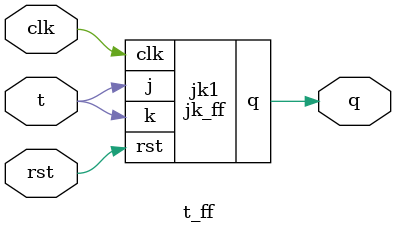
<source format=v>
module jk_ff(
input j,k,clk,rst,
output reg q);
always @(posedge clk or posedge rst)
begin
if(rst)
  q<=1'b0;
else
case({j,k})
2'b00:q<=q;
2'b01:q<=1'b0;
2'b10:q<=1'b1;
2'b11:q<=~q;
default: q<= 1'b0;
endcase
end
endmodule

module t_ff(
input t,clk,rst,
output q);
jk_ff jk1(
.j(t),
.k(t),
.clk(clk),
.rst(rst),
.q(q));
endmodule


</source>
